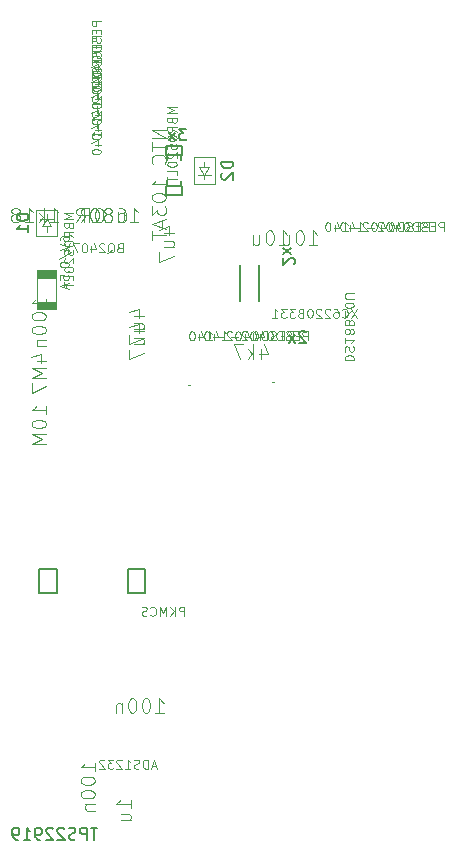
<source format=gbr>
G04 #@! TF.GenerationSoftware,KiCad,Pcbnew,5.1.8+dfsg1-1~bpo10+1*
G04 #@! TF.CreationDate,2021-01-14T22:26:36+01:00*
G04 #@! TF.ProjectId,_autosave-easyhive,5f617574-6f73-4617-9665-2d6561737968,rev?*
G04 #@! TF.SameCoordinates,Original*
G04 #@! TF.FileFunction,Other,Fab,Bot*
%FSLAX46Y46*%
G04 Gerber Fmt 4.6, Leading zero omitted, Abs format (unit mm)*
G04 Created by KiCad (PCBNEW 5.1.8+dfsg1-1~bpo10+1) date 2021-01-14 22:26:36*
%MOMM*%
%LPD*%
G01*
G04 APERTURE LIST*
%ADD10C,0.150000*%
%ADD11C,0.100000*%
%ADD12C,0.127000*%
%ADD13C,0.203200*%
%ADD14C,0.101600*%
%ADD15C,0.077216*%
%ADD16C,0.001930*%
%ADD17C,0.096520*%
G04 APERTURE END LIST*
D10*
X149175742Y-70383480D02*
X148556695Y-70383480D01*
X148890028Y-70764433D01*
X148747171Y-70764433D01*
X148651933Y-70812052D01*
X148604314Y-70859671D01*
X148556695Y-70954909D01*
X148556695Y-71193004D01*
X148604314Y-71288242D01*
X148651933Y-71335861D01*
X148747171Y-71383480D01*
X149032885Y-71383480D01*
X149128123Y-71335861D01*
X149175742Y-71288242D01*
X148223361Y-71383480D02*
X147699552Y-70716814D01*
X148223361Y-70716814D02*
X147699552Y-71383480D01*
X158258480Y-81890623D02*
X158306100Y-81843004D01*
X158353719Y-81747766D01*
X158353719Y-81509671D01*
X158306100Y-81414433D01*
X158258480Y-81366814D01*
X158163242Y-81319195D01*
X158068004Y-81319195D01*
X157925147Y-81366814D01*
X157353719Y-81938242D01*
X157353719Y-81319195D01*
X157353719Y-80985861D02*
X158020385Y-80462052D01*
X158020385Y-80985861D02*
X157353719Y-80462052D01*
X159288123Y-87623719D02*
X159240504Y-87576100D01*
X159145266Y-87528480D01*
X158907171Y-87528480D01*
X158811933Y-87576100D01*
X158764314Y-87623719D01*
X158716695Y-87718957D01*
X158716695Y-87814195D01*
X158764314Y-87957052D01*
X159335742Y-88528480D01*
X158716695Y-88528480D01*
X158383361Y-88528480D02*
X157859552Y-87861814D01*
X158383361Y-87861814D02*
X157859552Y-88528480D01*
D11*
X137351100Y-78618600D02*
X137351100Y-79118600D01*
X137751100Y-78618600D02*
X137351100Y-78018600D01*
X136951100Y-78618600D02*
X137751100Y-78618600D01*
X137351100Y-78018600D02*
X136951100Y-78618600D01*
X137351100Y-78018600D02*
X137901100Y-78018600D01*
X137351100Y-78018600D02*
X136801100Y-78018600D01*
X137351100Y-77618600D02*
X137351100Y-78018600D01*
X138251100Y-77251000D02*
X136451100Y-77251000D01*
X138251100Y-79486200D02*
X138251100Y-77251000D01*
X136451100Y-79486200D02*
X138251100Y-79486200D01*
X136451100Y-77251000D02*
X136451100Y-79486200D01*
X150686100Y-73673600D02*
X150686100Y-73173600D01*
X150286100Y-73673600D02*
X150686100Y-74273600D01*
X151086100Y-73673600D02*
X150286100Y-73673600D01*
X150686100Y-74273600D02*
X151086100Y-73673600D01*
X150686100Y-74273600D02*
X150136100Y-74273600D01*
X150686100Y-74273600D02*
X151236100Y-74273600D01*
X150686100Y-74673600D02*
X150686100Y-74273600D01*
X149786100Y-75041200D02*
X151586100Y-75041200D01*
X149786100Y-72806000D02*
X149786100Y-75041200D01*
X151586100Y-72806000D02*
X149786100Y-72806000D01*
X151586100Y-75041200D02*
X151586100Y-72806000D01*
D12*
X153696100Y-81948600D02*
X153696100Y-84948600D01*
X155296100Y-84948600D02*
X155296100Y-81948600D01*
X138200000Y-107675000D02*
X138200000Y-109675000D01*
X138200000Y-109675000D02*
X136700000Y-109675000D01*
X136700000Y-109675000D02*
X136700000Y-107675000D01*
X136700000Y-107675000D02*
X138200000Y-107675000D01*
X144200000Y-107675000D02*
X145700000Y-107675000D01*
X145700000Y-107675000D02*
X145700000Y-109675000D01*
X145700000Y-109675000D02*
X144200000Y-109675000D01*
X144200000Y-109675000D02*
X144200000Y-107675000D01*
D13*
X147446100Y-75223600D02*
X147546100Y-75223600D01*
X147546100Y-75223600D02*
X148746100Y-75223600D01*
X148746100Y-75223600D02*
X148846100Y-75223600D01*
X148846100Y-75223600D02*
X148846100Y-76023600D01*
X148846100Y-76023600D02*
X147446100Y-76023600D01*
X147446100Y-76023600D02*
X147446100Y-75223600D01*
X147446100Y-71823600D02*
X148846100Y-71823600D01*
X148846100Y-71823600D02*
X148846100Y-72623600D01*
X148846100Y-72623600D02*
X148746100Y-72623600D01*
X148746100Y-72623600D02*
X147546100Y-72623600D01*
X147546100Y-72623600D02*
X147446100Y-72623600D01*
X147446100Y-72623600D02*
X147446100Y-71823600D01*
X148746100Y-72623600D02*
X148746100Y-73023600D01*
X148746100Y-74823600D02*
X148746100Y-75223600D01*
X147546100Y-75223600D02*
X147546100Y-74823600D01*
X147546100Y-73023600D02*
X147546100Y-72623600D01*
D14*
X136564100Y-83118600D02*
X136564100Y-85048600D01*
X138138100Y-83118600D02*
X138138100Y-85048600D01*
D11*
G36*
X138202000Y-82381800D02*
G01*
X138202000Y-83131900D01*
X136502000Y-83131900D01*
X136502000Y-82381800D01*
X138202000Y-82381800D01*
G37*
G36*
X138200200Y-85035300D02*
G01*
X138200200Y-85785400D01*
X136500200Y-85785400D01*
X136500200Y-85035300D01*
X138200200Y-85035300D01*
G37*
D15*
X139614330Y-77502638D02*
X138842170Y-77502638D01*
X139393713Y-77760024D01*
X138842170Y-78017411D01*
X139614330Y-78017411D01*
X139209865Y-78642493D02*
X139246635Y-78752801D01*
X139283404Y-78789571D01*
X139356943Y-78826340D01*
X139467252Y-78826340D01*
X139540791Y-78789571D01*
X139577560Y-78752801D01*
X139614330Y-78679262D01*
X139614330Y-78385106D01*
X138842170Y-78385106D01*
X138842170Y-78642493D01*
X138878940Y-78716032D01*
X138915709Y-78752801D01*
X138989248Y-78789571D01*
X139062787Y-78789571D01*
X139136326Y-78752801D01*
X139173096Y-78716032D01*
X139209865Y-78642493D01*
X139209865Y-78385106D01*
X139614330Y-79598500D02*
X139246635Y-79341114D01*
X139614330Y-79157266D02*
X138842170Y-79157266D01*
X138842170Y-79451422D01*
X138878940Y-79524961D01*
X138915709Y-79561731D01*
X138989248Y-79598500D01*
X139099557Y-79598500D01*
X139173096Y-79561731D01*
X139209865Y-79524961D01*
X139246635Y-79451422D01*
X139246635Y-79157266D01*
X138842170Y-80076504D02*
X138842170Y-80150043D01*
X138878940Y-80223582D01*
X138915709Y-80260352D01*
X138989248Y-80297121D01*
X139136326Y-80333891D01*
X139320174Y-80333891D01*
X139467252Y-80297121D01*
X139540791Y-80260352D01*
X139577560Y-80223582D01*
X139614330Y-80150043D01*
X139614330Y-80076504D01*
X139577560Y-80002965D01*
X139540791Y-79966196D01*
X139467252Y-79929426D01*
X139320174Y-79892657D01*
X139136326Y-79892657D01*
X138989248Y-79929426D01*
X138915709Y-79966196D01*
X138878940Y-80002965D01*
X138842170Y-80076504D01*
X138842170Y-81032512D02*
X138842170Y-80664817D01*
X139209865Y-80628047D01*
X139173096Y-80664817D01*
X139136326Y-80738356D01*
X139136326Y-80922203D01*
X139173096Y-80995742D01*
X139209865Y-81032512D01*
X139283404Y-81069281D01*
X139467252Y-81069281D01*
X139540791Y-81032512D01*
X139577560Y-80995742D01*
X139614330Y-80922203D01*
X139614330Y-80738356D01*
X139577560Y-80664817D01*
X139540791Y-80628047D01*
X138915709Y-81363438D02*
X138878940Y-81400207D01*
X138842170Y-81473746D01*
X138842170Y-81657594D01*
X138878940Y-81731133D01*
X138915709Y-81767902D01*
X138989248Y-81804672D01*
X139062787Y-81804672D01*
X139173096Y-81767902D01*
X139614330Y-81326668D01*
X139614330Y-81804672D01*
X138842170Y-82282676D02*
X138842170Y-82356215D01*
X138878940Y-82429754D01*
X138915709Y-82466523D01*
X138989248Y-82503293D01*
X139136326Y-82540062D01*
X139320174Y-82540062D01*
X139467252Y-82503293D01*
X139540791Y-82466523D01*
X139577560Y-82429754D01*
X139614330Y-82356215D01*
X139614330Y-82282676D01*
X139577560Y-82209137D01*
X139540791Y-82172367D01*
X139467252Y-82135598D01*
X139320174Y-82098828D01*
X139136326Y-82098828D01*
X138989248Y-82135598D01*
X138915709Y-82172367D01*
X138878940Y-82209137D01*
X138842170Y-82282676D01*
X139614330Y-83238683D02*
X139614330Y-82870988D01*
X138842170Y-82870988D01*
X138842170Y-83385761D02*
X138842170Y-83826996D01*
X139614330Y-83606378D02*
X138842170Y-83606378D01*
D10*
X135803480Y-77630504D02*
X134803480Y-77630504D01*
X134803480Y-77868600D01*
X134851100Y-78011457D01*
X134946338Y-78106695D01*
X135041576Y-78154314D01*
X135232052Y-78201933D01*
X135374909Y-78201933D01*
X135565385Y-78154314D01*
X135660623Y-78106695D01*
X135755861Y-78011457D01*
X135803480Y-77868600D01*
X135803480Y-77630504D01*
X135803480Y-79154314D02*
X135803480Y-78582885D01*
X135803480Y-78868600D02*
X134803480Y-78868600D01*
X134946338Y-78773361D01*
X135041576Y-78678123D01*
X135089195Y-78582885D01*
D15*
X148349330Y-68575512D02*
X147577170Y-68575512D01*
X148128713Y-68832899D01*
X147577170Y-69090285D01*
X148349330Y-69090285D01*
X147944865Y-69715367D02*
X147981635Y-69825676D01*
X148018404Y-69862445D01*
X148091943Y-69899215D01*
X148202252Y-69899215D01*
X148275791Y-69862445D01*
X148312560Y-69825676D01*
X148349330Y-69752137D01*
X148349330Y-69457981D01*
X147577170Y-69457981D01*
X147577170Y-69715367D01*
X147613940Y-69788906D01*
X147650709Y-69825676D01*
X147724248Y-69862445D01*
X147797787Y-69862445D01*
X147871326Y-69825676D01*
X147908096Y-69788906D01*
X147944865Y-69715367D01*
X147944865Y-69457981D01*
X148349330Y-70671375D02*
X147981635Y-70413988D01*
X148349330Y-70230141D02*
X147577170Y-70230141D01*
X147577170Y-70524297D01*
X147613940Y-70597836D01*
X147650709Y-70634605D01*
X147724248Y-70671375D01*
X147834557Y-70671375D01*
X147908096Y-70634605D01*
X147944865Y-70597836D01*
X147981635Y-70524297D01*
X147981635Y-70230141D01*
X147577170Y-71149379D02*
X147577170Y-71222918D01*
X147613940Y-71296457D01*
X147650709Y-71333226D01*
X147724248Y-71369996D01*
X147871326Y-71406765D01*
X148055174Y-71406765D01*
X148202252Y-71369996D01*
X148275791Y-71333226D01*
X148312560Y-71296457D01*
X148349330Y-71222918D01*
X148349330Y-71149379D01*
X148312560Y-71075840D01*
X148275791Y-71039070D01*
X148202252Y-71002301D01*
X148055174Y-70965531D01*
X147871326Y-70965531D01*
X147724248Y-71002301D01*
X147650709Y-71039070D01*
X147613940Y-71075840D01*
X147577170Y-71149379D01*
X147577170Y-72105386D02*
X147577170Y-71737691D01*
X147944865Y-71700921D01*
X147908096Y-71737691D01*
X147871326Y-71811230D01*
X147871326Y-71995078D01*
X147908096Y-72068617D01*
X147944865Y-72105386D01*
X148018404Y-72142156D01*
X148202252Y-72142156D01*
X148275791Y-72105386D01*
X148312560Y-72068617D01*
X148349330Y-71995078D01*
X148349330Y-71811230D01*
X148312560Y-71737691D01*
X148275791Y-71700921D01*
X147650709Y-72436312D02*
X147613940Y-72473081D01*
X147577170Y-72546621D01*
X147577170Y-72730468D01*
X147613940Y-72804007D01*
X147650709Y-72840777D01*
X147724248Y-72877546D01*
X147797787Y-72877546D01*
X147908096Y-72840777D01*
X148349330Y-72399542D01*
X148349330Y-72877546D01*
X147577170Y-73355550D02*
X147577170Y-73429089D01*
X147613940Y-73502628D01*
X147650709Y-73539398D01*
X147724248Y-73576167D01*
X147871326Y-73612937D01*
X148055174Y-73612937D01*
X148202252Y-73576167D01*
X148275791Y-73539398D01*
X148312560Y-73502628D01*
X148349330Y-73429089D01*
X148349330Y-73355550D01*
X148312560Y-73282011D01*
X148275791Y-73245241D01*
X148202252Y-73208472D01*
X148055174Y-73171702D01*
X147871326Y-73171702D01*
X147724248Y-73208472D01*
X147650709Y-73245241D01*
X147613940Y-73282011D01*
X147577170Y-73355550D01*
X148349330Y-74311558D02*
X148349330Y-73943862D01*
X147577170Y-73943862D01*
X147577170Y-74458636D02*
X147577170Y-74899870D01*
X148349330Y-74679253D02*
X147577170Y-74679253D01*
D10*
X153138480Y-73185504D02*
X152138480Y-73185504D01*
X152138480Y-73423600D01*
X152186100Y-73566457D01*
X152281338Y-73661695D01*
X152376576Y-73709314D01*
X152567052Y-73756933D01*
X152709909Y-73756933D01*
X152900385Y-73709314D01*
X152995623Y-73661695D01*
X153090861Y-73566457D01*
X153138480Y-73423600D01*
X153138480Y-73185504D01*
X152233719Y-74137885D02*
X152186100Y-74185504D01*
X152138480Y-74280742D01*
X152138480Y-74518838D01*
X152186100Y-74614076D01*
X152233719Y-74661695D01*
X152328957Y-74709314D01*
X152424195Y-74709314D01*
X152567052Y-74661695D01*
X153138480Y-74090266D01*
X153138480Y-74709314D01*
X141633631Y-129584588D02*
X141062202Y-129584588D01*
X141347916Y-130584588D02*
X141347916Y-129584588D01*
X140728869Y-130584588D02*
X140728869Y-129584588D01*
X140347916Y-129584588D01*
X140252678Y-129632208D01*
X140205059Y-129679827D01*
X140157440Y-129775065D01*
X140157440Y-129917922D01*
X140205059Y-130013160D01*
X140252678Y-130060779D01*
X140347916Y-130108398D01*
X140728869Y-130108398D01*
X139776488Y-130536969D02*
X139633631Y-130584588D01*
X139395535Y-130584588D01*
X139300297Y-130536969D01*
X139252678Y-130489350D01*
X139205059Y-130394112D01*
X139205059Y-130298874D01*
X139252678Y-130203636D01*
X139300297Y-130156017D01*
X139395535Y-130108398D01*
X139586012Y-130060779D01*
X139681250Y-130013160D01*
X139728869Y-129965541D01*
X139776488Y-129870303D01*
X139776488Y-129775065D01*
X139728869Y-129679827D01*
X139681250Y-129632208D01*
X139586012Y-129584588D01*
X139347916Y-129584588D01*
X139205059Y-129632208D01*
X138824107Y-129679827D02*
X138776488Y-129632208D01*
X138681250Y-129584588D01*
X138443154Y-129584588D01*
X138347916Y-129632208D01*
X138300297Y-129679827D01*
X138252678Y-129775065D01*
X138252678Y-129870303D01*
X138300297Y-130013160D01*
X138871726Y-130584588D01*
X138252678Y-130584588D01*
X137871726Y-129679827D02*
X137824107Y-129632208D01*
X137728869Y-129584588D01*
X137490774Y-129584588D01*
X137395535Y-129632208D01*
X137347916Y-129679827D01*
X137300297Y-129775065D01*
X137300297Y-129870303D01*
X137347916Y-130013160D01*
X137919345Y-130584588D01*
X137300297Y-130584588D01*
X136824107Y-130584588D02*
X136633631Y-130584588D01*
X136538393Y-130536969D01*
X136490774Y-130489350D01*
X136395535Y-130346493D01*
X136347916Y-130156017D01*
X136347916Y-129775065D01*
X136395535Y-129679827D01*
X136443154Y-129632208D01*
X136538393Y-129584588D01*
X136728869Y-129584588D01*
X136824107Y-129632208D01*
X136871726Y-129679827D01*
X136919345Y-129775065D01*
X136919345Y-130013160D01*
X136871726Y-130108398D01*
X136824107Y-130156017D01*
X136728869Y-130203636D01*
X136538393Y-130203636D01*
X136443154Y-130156017D01*
X136395535Y-130108398D01*
X136347916Y-130013160D01*
X135395535Y-130584588D02*
X135966964Y-130584588D01*
X135681250Y-130584588D02*
X135681250Y-129584588D01*
X135776488Y-129727446D01*
X135871726Y-129822684D01*
X135966964Y-129870303D01*
X134919345Y-130584588D02*
X134728869Y-130584588D01*
X134633631Y-130536969D01*
X134586012Y-130489350D01*
X134490774Y-130346493D01*
X134443154Y-130156017D01*
X134443154Y-129775065D01*
X134490774Y-129679827D01*
X134538393Y-129632208D01*
X134633631Y-129584588D01*
X134824107Y-129584588D01*
X134919345Y-129632208D01*
X134966964Y-129679827D01*
X135014583Y-129775065D01*
X135014583Y-130013160D01*
X134966964Y-130108398D01*
X134919345Y-130156017D01*
X134824107Y-130203636D01*
X134633631Y-130203636D01*
X134538393Y-130156017D01*
X134490774Y-130108398D01*
X134443154Y-130013160D01*
D15*
X163613425Y-85639670D02*
X163098652Y-86411830D01*
X163098652Y-85639670D02*
X163613425Y-86411830D01*
X162363261Y-86338291D02*
X162400031Y-86375060D01*
X162510339Y-86411830D01*
X162583878Y-86411830D01*
X162694187Y-86375060D01*
X162767726Y-86301521D01*
X162804496Y-86227982D01*
X162841265Y-86080904D01*
X162841265Y-85970596D01*
X162804496Y-85823518D01*
X162767726Y-85749979D01*
X162694187Y-85676440D01*
X162583878Y-85639670D01*
X162510339Y-85639670D01*
X162400031Y-85676440D01*
X162363261Y-85713209D01*
X161701410Y-85639670D02*
X161848488Y-85639670D01*
X161922027Y-85676440D01*
X161958797Y-85713209D01*
X162032336Y-85823518D01*
X162069105Y-85970596D01*
X162069105Y-86264752D01*
X162032336Y-86338291D01*
X161995566Y-86375060D01*
X161922027Y-86411830D01*
X161774949Y-86411830D01*
X161701410Y-86375060D01*
X161664640Y-86338291D01*
X161627871Y-86264752D01*
X161627871Y-86080904D01*
X161664640Y-86007365D01*
X161701410Y-85970596D01*
X161774949Y-85933826D01*
X161922027Y-85933826D01*
X161995566Y-85970596D01*
X162032336Y-86007365D01*
X162069105Y-86080904D01*
X161333715Y-85713209D02*
X161296945Y-85676440D01*
X161223406Y-85639670D01*
X161039558Y-85639670D01*
X160966019Y-85676440D01*
X160929250Y-85713209D01*
X160892480Y-85786748D01*
X160892480Y-85860287D01*
X160929250Y-85970596D01*
X161370484Y-86411830D01*
X160892480Y-86411830D01*
X160598324Y-85713209D02*
X160561555Y-85676440D01*
X160488016Y-85639670D01*
X160304168Y-85639670D01*
X160230629Y-85676440D01*
X160193859Y-85713209D01*
X160157090Y-85786748D01*
X160157090Y-85860287D01*
X160193859Y-85970596D01*
X160635094Y-86411830D01*
X160157090Y-86411830D01*
X159679086Y-85639670D02*
X159605547Y-85639670D01*
X159532008Y-85676440D01*
X159495238Y-85713209D01*
X159458469Y-85786748D01*
X159421699Y-85933826D01*
X159421699Y-86117674D01*
X159458469Y-86264752D01*
X159495238Y-86338291D01*
X159532008Y-86375060D01*
X159605547Y-86411830D01*
X159679086Y-86411830D01*
X159752625Y-86375060D01*
X159789395Y-86338291D01*
X159826164Y-86264752D01*
X159862934Y-86117674D01*
X159862934Y-85933826D01*
X159826164Y-85786748D01*
X159789395Y-85713209D01*
X159752625Y-85676440D01*
X159679086Y-85639670D01*
X158833387Y-86007365D02*
X158723078Y-86044135D01*
X158686309Y-86080904D01*
X158649539Y-86154443D01*
X158649539Y-86264752D01*
X158686309Y-86338291D01*
X158723078Y-86375060D01*
X158796618Y-86411830D01*
X159090774Y-86411830D01*
X159090774Y-85639670D01*
X158833387Y-85639670D01*
X158759848Y-85676440D01*
X158723078Y-85713209D01*
X158686309Y-85786748D01*
X158686309Y-85860287D01*
X158723078Y-85933826D01*
X158759848Y-85970596D01*
X158833387Y-86007365D01*
X159090774Y-86007365D01*
X158392153Y-85639670D02*
X157914149Y-85639670D01*
X158171536Y-85933826D01*
X158061227Y-85933826D01*
X157987688Y-85970596D01*
X157950918Y-86007365D01*
X157914149Y-86080904D01*
X157914149Y-86264752D01*
X157950918Y-86338291D01*
X157987688Y-86375060D01*
X158061227Y-86411830D01*
X158281844Y-86411830D01*
X158355383Y-86375060D01*
X158392153Y-86338291D01*
X157656762Y-85639670D02*
X157178758Y-85639670D01*
X157436145Y-85933826D01*
X157325837Y-85933826D01*
X157252298Y-85970596D01*
X157215528Y-86007365D01*
X157178758Y-86080904D01*
X157178758Y-86264752D01*
X157215528Y-86338291D01*
X157252298Y-86375060D01*
X157325837Y-86411830D01*
X157546454Y-86411830D01*
X157619993Y-86375060D01*
X157656762Y-86338291D01*
X156443368Y-86411830D02*
X156884602Y-86411830D01*
X156663985Y-86411830D02*
X156663985Y-85639670D01*
X156737524Y-85749979D01*
X156811063Y-85823518D01*
X156884602Y-85860287D01*
X149000681Y-111638230D02*
X149000681Y-110866070D01*
X148706525Y-110866070D01*
X148632986Y-110902840D01*
X148596217Y-110939609D01*
X148559447Y-111013148D01*
X148559447Y-111123457D01*
X148596217Y-111196996D01*
X148632986Y-111233765D01*
X148706525Y-111270535D01*
X149000681Y-111270535D01*
X148228521Y-111638230D02*
X148228521Y-110866070D01*
X147787287Y-111638230D02*
X148118213Y-111196996D01*
X147787287Y-110866070D02*
X148228521Y-111307304D01*
X147456361Y-111638230D02*
X147456361Y-110866070D01*
X147198975Y-111417613D01*
X146941588Y-110866070D01*
X146941588Y-111638230D01*
X146132658Y-111564691D02*
X146169428Y-111601460D01*
X146279737Y-111638230D01*
X146353276Y-111638230D01*
X146463584Y-111601460D01*
X146537123Y-111527921D01*
X146573893Y-111454382D01*
X146610662Y-111307304D01*
X146610662Y-111196996D01*
X146573893Y-111049918D01*
X146537123Y-110976379D01*
X146463584Y-110902840D01*
X146353276Y-110866070D01*
X146279737Y-110866070D01*
X146169428Y-110902840D01*
X146132658Y-110939609D01*
X145838502Y-111601460D02*
X145728194Y-111638230D01*
X145544346Y-111638230D01*
X145470807Y-111601460D01*
X145434038Y-111564691D01*
X145397268Y-111491152D01*
X145397268Y-111417613D01*
X145434038Y-111344074D01*
X145470807Y-111307304D01*
X145544346Y-111270535D01*
X145691424Y-111233765D01*
X145764963Y-111196996D01*
X145801733Y-111160226D01*
X145838502Y-111086687D01*
X145838502Y-111013148D01*
X145801733Y-110939609D01*
X145764963Y-110902840D01*
X145691424Y-110866070D01*
X145507577Y-110866070D01*
X145397268Y-110902840D01*
D16*
X149476047Y-92059320D02*
X149462258Y-92059320D01*
X149469153Y-92083450D02*
X149469153Y-92059320D01*
X149454215Y-92083450D02*
X149454215Y-92059320D01*
X149445023Y-92059320D01*
X149442725Y-92060470D01*
X149441575Y-92061619D01*
X149440426Y-92063917D01*
X149440426Y-92067364D01*
X149441575Y-92069662D01*
X149442725Y-92070811D01*
X149445023Y-92071960D01*
X149454215Y-92071960D01*
X149433532Y-92059320D02*
X149419744Y-92059320D01*
X149426638Y-92083450D02*
X149426638Y-92059320D01*
X149411700Y-92083450D02*
X149411700Y-92059320D01*
X149402508Y-92059320D01*
X149400210Y-92060470D01*
X149399061Y-92061619D01*
X149397912Y-92063917D01*
X149397912Y-92067364D01*
X149399061Y-92069662D01*
X149400210Y-92070811D01*
X149402508Y-92071960D01*
X149411700Y-92071960D01*
X149382974Y-92059320D02*
X149380676Y-92059320D01*
X149378378Y-92060470D01*
X149377229Y-92061619D01*
X149376080Y-92063917D01*
X149374931Y-92068513D01*
X149374931Y-92074258D01*
X149376080Y-92078854D01*
X149377229Y-92081152D01*
X149378378Y-92082301D01*
X149380676Y-92083450D01*
X149382974Y-92083450D01*
X149385272Y-92082301D01*
X149386421Y-92081152D01*
X149387570Y-92078854D01*
X149388719Y-92074258D01*
X149388719Y-92068513D01*
X149387570Y-92063917D01*
X149386421Y-92061619D01*
X149385272Y-92060470D01*
X149382974Y-92059320D01*
X149361142Y-92069662D02*
X149363440Y-92068513D01*
X149364589Y-92067364D01*
X149365738Y-92065066D01*
X149365738Y-92063917D01*
X149364589Y-92061619D01*
X149363440Y-92060470D01*
X149361142Y-92059320D01*
X149356546Y-92059320D01*
X149354248Y-92060470D01*
X149353099Y-92061619D01*
X149351950Y-92063917D01*
X149351950Y-92065066D01*
X149353099Y-92067364D01*
X149354248Y-92068513D01*
X149356546Y-92069662D01*
X149361142Y-92069662D01*
X149363440Y-92070811D01*
X149364589Y-92071960D01*
X149365738Y-92074258D01*
X149365738Y-92078854D01*
X149364589Y-92081152D01*
X149363440Y-92082301D01*
X149361142Y-92083450D01*
X149356546Y-92083450D01*
X149354248Y-92082301D01*
X149353099Y-92081152D01*
X149351950Y-92078854D01*
X149351950Y-92074258D01*
X149353099Y-92071960D01*
X149354248Y-92070811D01*
X149356546Y-92069662D01*
X149327820Y-92083450D02*
X149335863Y-92071960D01*
X149341608Y-92083450D02*
X149341608Y-92059320D01*
X149332416Y-92059320D01*
X149330118Y-92060470D01*
X149328969Y-92061619D01*
X149327820Y-92063917D01*
X149327820Y-92067364D01*
X149328969Y-92069662D01*
X149330118Y-92070811D01*
X149332416Y-92071960D01*
X149341608Y-92071960D01*
X156577447Y-91855720D02*
X156563658Y-91855720D01*
X156570553Y-91879850D02*
X156570553Y-91855720D01*
X156555615Y-91879850D02*
X156555615Y-91855720D01*
X156546423Y-91855720D01*
X156544125Y-91856870D01*
X156542975Y-91858019D01*
X156541826Y-91860317D01*
X156541826Y-91863764D01*
X156542975Y-91866062D01*
X156544125Y-91867211D01*
X156546423Y-91868360D01*
X156555615Y-91868360D01*
X156534932Y-91855720D02*
X156521144Y-91855720D01*
X156528038Y-91879850D02*
X156528038Y-91855720D01*
X156513100Y-91879850D02*
X156513100Y-91855720D01*
X156503908Y-91855720D01*
X156501610Y-91856870D01*
X156500461Y-91858019D01*
X156499312Y-91860317D01*
X156499312Y-91863764D01*
X156500461Y-91866062D01*
X156501610Y-91867211D01*
X156503908Y-91868360D01*
X156513100Y-91868360D01*
X156484374Y-91855720D02*
X156482076Y-91855720D01*
X156479778Y-91856870D01*
X156478629Y-91858019D01*
X156477480Y-91860317D01*
X156476331Y-91864913D01*
X156476331Y-91870658D01*
X156477480Y-91875254D01*
X156478629Y-91877552D01*
X156479778Y-91878701D01*
X156482076Y-91879850D01*
X156484374Y-91879850D01*
X156486672Y-91878701D01*
X156487821Y-91877552D01*
X156488970Y-91875254D01*
X156490119Y-91870658D01*
X156490119Y-91864913D01*
X156488970Y-91860317D01*
X156487821Y-91858019D01*
X156486672Y-91856870D01*
X156484374Y-91855720D01*
X156462542Y-91866062D02*
X156464840Y-91864913D01*
X156465989Y-91863764D01*
X156467138Y-91861466D01*
X156467138Y-91860317D01*
X156465989Y-91858019D01*
X156464840Y-91856870D01*
X156462542Y-91855720D01*
X156457946Y-91855720D01*
X156455648Y-91856870D01*
X156454499Y-91858019D01*
X156453350Y-91860317D01*
X156453350Y-91861466D01*
X156454499Y-91863764D01*
X156455648Y-91864913D01*
X156457946Y-91866062D01*
X156462542Y-91866062D01*
X156464840Y-91867211D01*
X156465989Y-91868360D01*
X156467138Y-91870658D01*
X156467138Y-91875254D01*
X156465989Y-91877552D01*
X156464840Y-91878701D01*
X156462542Y-91879850D01*
X156457946Y-91879850D01*
X156455648Y-91878701D01*
X156454499Y-91877552D01*
X156453350Y-91875254D01*
X156453350Y-91870658D01*
X156454499Y-91868360D01*
X156455648Y-91867211D01*
X156457946Y-91866062D01*
X156429220Y-91879850D02*
X156437263Y-91868360D01*
X156443008Y-91879850D02*
X156443008Y-91855720D01*
X156433816Y-91855720D01*
X156431518Y-91856870D01*
X156430369Y-91858019D01*
X156429220Y-91860317D01*
X156429220Y-91863764D01*
X156430369Y-91866062D01*
X156431518Y-91867211D01*
X156433816Y-91868360D01*
X156443008Y-91868360D01*
D17*
X155492928Y-89058214D02*
X155492928Y-89862547D01*
X155780190Y-88598595D02*
X156067452Y-89460380D01*
X155320571Y-89460380D01*
X154860952Y-89862547D02*
X154860952Y-88656047D01*
X154746047Y-89402928D02*
X154401333Y-89862547D01*
X154401333Y-89058214D02*
X154860952Y-89517833D01*
X153999166Y-88656047D02*
X153194833Y-88656047D01*
X153711904Y-89862547D01*
X137293647Y-94590576D02*
X137293647Y-93901147D01*
X137293647Y-94245861D02*
X136087147Y-94245861D01*
X136259504Y-94130957D01*
X136374409Y-94016052D01*
X136431861Y-93901147D01*
X136087147Y-95337457D02*
X136087147Y-95452361D01*
X136144600Y-95567266D01*
X136202052Y-95624718D01*
X136316957Y-95682171D01*
X136546766Y-95739623D01*
X136834028Y-95739623D01*
X137063838Y-95682171D01*
X137178742Y-95624718D01*
X137236195Y-95567266D01*
X137293647Y-95452361D01*
X137293647Y-95337457D01*
X137236195Y-95222552D01*
X137178742Y-95165099D01*
X137063838Y-95107647D01*
X136834028Y-95050195D01*
X136546766Y-95050195D01*
X136316957Y-95107647D01*
X136202052Y-95165099D01*
X136144600Y-95222552D01*
X136087147Y-95337457D01*
X137293647Y-96256695D02*
X136087147Y-96256695D01*
X136948933Y-96658861D01*
X136087147Y-97061028D01*
X137293647Y-97061028D01*
X136489314Y-90038242D02*
X137293647Y-90038242D01*
X136029695Y-89750981D02*
X136891480Y-89463719D01*
X136891480Y-90210600D01*
X137293647Y-90670219D02*
X136087147Y-90670219D01*
X136948933Y-91072385D01*
X136087147Y-91474552D01*
X137293647Y-91474552D01*
X136087147Y-91934171D02*
X136087147Y-92738504D01*
X137293647Y-92221433D01*
X147453647Y-70471171D02*
X146247147Y-70471171D01*
X147453647Y-71160600D01*
X146247147Y-71160600D01*
X146247147Y-71562766D02*
X146247147Y-72252195D01*
X147453647Y-71907481D02*
X146247147Y-71907481D01*
X147338742Y-73343790D02*
X147396195Y-73286338D01*
X147453647Y-73113981D01*
X147453647Y-72999076D01*
X147396195Y-72826719D01*
X147281290Y-72711814D01*
X147166385Y-72654362D01*
X146936576Y-72596909D01*
X146764219Y-72596909D01*
X146534409Y-72654362D01*
X146419504Y-72711814D01*
X146304600Y-72826719D01*
X146247147Y-72999076D01*
X146247147Y-73113981D01*
X146304600Y-73286338D01*
X146362052Y-73343790D01*
X147453647Y-75412076D02*
X147453647Y-74722647D01*
X147453647Y-75067362D02*
X146247147Y-75067362D01*
X146419504Y-74952457D01*
X146534409Y-74837552D01*
X146591861Y-74722647D01*
X146247147Y-76158957D02*
X146247147Y-76273862D01*
X146304600Y-76388766D01*
X146362052Y-76446219D01*
X146476957Y-76503671D01*
X146706766Y-76561123D01*
X146994028Y-76561123D01*
X147223838Y-76503671D01*
X147338742Y-76446219D01*
X147396195Y-76388766D01*
X147453647Y-76273862D01*
X147453647Y-76158957D01*
X147396195Y-76044052D01*
X147338742Y-75986600D01*
X147223838Y-75929147D01*
X146994028Y-75871695D01*
X146706766Y-75871695D01*
X146476957Y-75929147D01*
X146362052Y-75986600D01*
X146304600Y-76044052D01*
X146247147Y-76158957D01*
X146247147Y-76963290D02*
X146247147Y-77710171D01*
X146706766Y-77308004D01*
X146706766Y-77480362D01*
X146764219Y-77595266D01*
X146821671Y-77652719D01*
X146936576Y-77710171D01*
X147223838Y-77710171D01*
X147338742Y-77652719D01*
X147396195Y-77595266D01*
X147453647Y-77480362D01*
X147453647Y-77135647D01*
X147396195Y-77020742D01*
X147338742Y-76963290D01*
X147108933Y-78169790D02*
X147108933Y-78744314D01*
X147453647Y-78054885D02*
X146247147Y-78457052D01*
X147453647Y-78859219D01*
X146247147Y-79089028D02*
X146247147Y-79778457D01*
X147453647Y-79433742D02*
X146247147Y-79433742D01*
X143469028Y-77104647D02*
X143698838Y-77104647D01*
X143813742Y-77162100D01*
X143871195Y-77219552D01*
X143986100Y-77391909D01*
X144043552Y-77621719D01*
X144043552Y-78081338D01*
X143986100Y-78196242D01*
X143928647Y-78253695D01*
X143813742Y-78311147D01*
X143583933Y-78311147D01*
X143469028Y-78253695D01*
X143411576Y-78196242D01*
X143354123Y-78081338D01*
X143354123Y-77794076D01*
X143411576Y-77679171D01*
X143469028Y-77621719D01*
X143583933Y-77564266D01*
X143813742Y-77564266D01*
X143928647Y-77621719D01*
X143986100Y-77679171D01*
X144043552Y-77794076D01*
X142664695Y-77621719D02*
X142779600Y-77564266D01*
X142837052Y-77506814D01*
X142894504Y-77391909D01*
X142894504Y-77334457D01*
X142837052Y-77219552D01*
X142779600Y-77162100D01*
X142664695Y-77104647D01*
X142434885Y-77104647D01*
X142319981Y-77162100D01*
X142262528Y-77219552D01*
X142205076Y-77334457D01*
X142205076Y-77391909D01*
X142262528Y-77506814D01*
X142319981Y-77564266D01*
X142434885Y-77621719D01*
X142664695Y-77621719D01*
X142779600Y-77679171D01*
X142837052Y-77736623D01*
X142894504Y-77851528D01*
X142894504Y-78081338D01*
X142837052Y-78196242D01*
X142779600Y-78253695D01*
X142664695Y-78311147D01*
X142434885Y-78311147D01*
X142319981Y-78253695D01*
X142262528Y-78196242D01*
X142205076Y-78081338D01*
X142205076Y-77851528D01*
X142262528Y-77736623D01*
X142319981Y-77679171D01*
X142434885Y-77621719D01*
X141458195Y-77104647D02*
X141343290Y-77104647D01*
X141228385Y-77162100D01*
X141170933Y-77219552D01*
X141113481Y-77334457D01*
X141056028Y-77564266D01*
X141056028Y-77851528D01*
X141113481Y-78081338D01*
X141170933Y-78196242D01*
X141228385Y-78253695D01*
X141343290Y-78311147D01*
X141458195Y-78311147D01*
X141573100Y-78253695D01*
X141630552Y-78196242D01*
X141688004Y-78081338D01*
X141745457Y-77851528D01*
X141745457Y-77564266D01*
X141688004Y-77334457D01*
X141630552Y-77219552D01*
X141573100Y-77162100D01*
X141458195Y-77104647D01*
X139849528Y-78311147D02*
X140251695Y-77736623D01*
X140538957Y-78311147D02*
X140538957Y-77104647D01*
X140079338Y-77104647D01*
X139964433Y-77162100D01*
X139906981Y-77219552D01*
X139849528Y-77334457D01*
X139849528Y-77506814D01*
X139906981Y-77621719D01*
X139964433Y-77679171D01*
X140079338Y-77736623D01*
X140538957Y-77736623D01*
X137639123Y-78311147D02*
X138328552Y-78311147D01*
X137983838Y-78311147D02*
X137983838Y-77104647D01*
X138098742Y-77277004D01*
X138213647Y-77391909D01*
X138328552Y-77449361D01*
X137122052Y-78311147D02*
X137122052Y-77104647D01*
X137007147Y-77851528D02*
X136662433Y-78311147D01*
X136662433Y-77506814D02*
X137122052Y-77966433D01*
X135513385Y-78311147D02*
X136202814Y-78311147D01*
X135858100Y-78311147D02*
X135858100Y-77104647D01*
X135973004Y-77277004D01*
X136087909Y-77391909D01*
X136202814Y-77449361D01*
X134823957Y-77621719D02*
X134938862Y-77564266D01*
X134996314Y-77506814D01*
X135053766Y-77391909D01*
X135053766Y-77334457D01*
X134996314Y-77219552D01*
X134938862Y-77162100D01*
X134823957Y-77104647D01*
X134594147Y-77104647D01*
X134479242Y-77162100D01*
X134421790Y-77219552D01*
X134364338Y-77334457D01*
X134364338Y-77391909D01*
X134421790Y-77506814D01*
X134479242Y-77564266D01*
X134594147Y-77621719D01*
X134823957Y-77621719D01*
X134938862Y-77679171D01*
X134996314Y-77736623D01*
X135053766Y-77851528D01*
X135053766Y-78081338D01*
X134996314Y-78196242D01*
X134938862Y-78253695D01*
X134823957Y-78311147D01*
X134594147Y-78311147D01*
X134479242Y-78253695D01*
X134421790Y-78196242D01*
X134364338Y-78081338D01*
X134364338Y-77851528D01*
X134421790Y-77736623D01*
X134479242Y-77679171D01*
X134594147Y-77621719D01*
X141851290Y-77104647D02*
X141736385Y-77104647D01*
X141621481Y-77162100D01*
X141564028Y-77219552D01*
X141506576Y-77334457D01*
X141449123Y-77564266D01*
X141449123Y-77851528D01*
X141506576Y-78081338D01*
X141564028Y-78196242D01*
X141621481Y-78253695D01*
X141736385Y-78311147D01*
X141851290Y-78311147D01*
X141966195Y-78253695D01*
X142023647Y-78196242D01*
X142081100Y-78081338D01*
X142138552Y-77851528D01*
X142138552Y-77564266D01*
X142081100Y-77334457D01*
X142023647Y-77219552D01*
X141966195Y-77162100D01*
X141851290Y-77104647D01*
X140242623Y-78311147D02*
X140644790Y-77736623D01*
X140932052Y-78311147D02*
X140932052Y-77104647D01*
X140472433Y-77104647D01*
X140357528Y-77162100D01*
X140300076Y-77219552D01*
X140242623Y-77334457D01*
X140242623Y-77506814D01*
X140300076Y-77621719D01*
X140357528Y-77679171D01*
X140472433Y-77736623D01*
X140932052Y-77736623D01*
D15*
X162582609Y-90003961D02*
X163354769Y-90003961D01*
X163354769Y-89820114D01*
X163318000Y-89709805D01*
X163244460Y-89636266D01*
X163170921Y-89599497D01*
X163023843Y-89562727D01*
X162913535Y-89562727D01*
X162766457Y-89599497D01*
X162692918Y-89636266D01*
X162619379Y-89709805D01*
X162582609Y-89820114D01*
X162582609Y-90003961D01*
X162619379Y-89268571D02*
X162582609Y-89158262D01*
X162582609Y-88974415D01*
X162619379Y-88900876D01*
X162656148Y-88864106D01*
X162729687Y-88827337D01*
X162803226Y-88827337D01*
X162876765Y-88864106D01*
X162913535Y-88900876D01*
X162950304Y-88974415D01*
X162987074Y-89121493D01*
X163023843Y-89195032D01*
X163060613Y-89231801D01*
X163134152Y-89268571D01*
X163207691Y-89268571D01*
X163281230Y-89231801D01*
X163318000Y-89195032D01*
X163354769Y-89121493D01*
X163354769Y-88937645D01*
X163318000Y-88827337D01*
X162582609Y-88091946D02*
X162582609Y-88533181D01*
X162582609Y-88312563D02*
X163354769Y-88312563D01*
X163244460Y-88386102D01*
X163170921Y-88459641D01*
X163134152Y-88533181D01*
X163023843Y-87650712D02*
X163060613Y-87724251D01*
X163097382Y-87761021D01*
X163170921Y-87797790D01*
X163207691Y-87797790D01*
X163281230Y-87761021D01*
X163318000Y-87724251D01*
X163354769Y-87650712D01*
X163354769Y-87503634D01*
X163318000Y-87430095D01*
X163281230Y-87393325D01*
X163207691Y-87356556D01*
X163170921Y-87356556D01*
X163097382Y-87393325D01*
X163060613Y-87430095D01*
X163023843Y-87503634D01*
X163023843Y-87650712D01*
X162987074Y-87724251D01*
X162950304Y-87761021D01*
X162876765Y-87797790D01*
X162729687Y-87797790D01*
X162656148Y-87761021D01*
X162619379Y-87724251D01*
X162582609Y-87650712D01*
X162582609Y-87503634D01*
X162619379Y-87430095D01*
X162656148Y-87393325D01*
X162729687Y-87356556D01*
X162876765Y-87356556D01*
X162950304Y-87393325D01*
X162987074Y-87430095D01*
X163023843Y-87503634D01*
X162987074Y-86768243D02*
X162950304Y-86657935D01*
X162913535Y-86621165D01*
X162839996Y-86584396D01*
X162729687Y-86584396D01*
X162656148Y-86621165D01*
X162619379Y-86657935D01*
X162582609Y-86731474D01*
X162582609Y-87025630D01*
X163354769Y-87025630D01*
X163354769Y-86768243D01*
X163318000Y-86694704D01*
X163281230Y-86657935D01*
X163207691Y-86621165D01*
X163134152Y-86621165D01*
X163060613Y-86657935D01*
X163023843Y-86694704D01*
X162987074Y-86768243D01*
X162987074Y-87025630D01*
X163281230Y-86290240D02*
X163318000Y-86253470D01*
X163354769Y-86179931D01*
X163354769Y-85996083D01*
X163318000Y-85922544D01*
X163281230Y-85885775D01*
X163207691Y-85849005D01*
X163134152Y-85849005D01*
X163023843Y-85885775D01*
X162582609Y-86327009D01*
X162582609Y-85849005D01*
X163354769Y-85371001D02*
X163354769Y-85297462D01*
X163318000Y-85223923D01*
X163281230Y-85187154D01*
X163207691Y-85150384D01*
X163060613Y-85113615D01*
X162876765Y-85113615D01*
X162729687Y-85150384D01*
X162656148Y-85187154D01*
X162619379Y-85223923D01*
X162582609Y-85297462D01*
X162582609Y-85371001D01*
X162619379Y-85444541D01*
X162656148Y-85481310D01*
X162729687Y-85518080D01*
X162876765Y-85554849D01*
X163060613Y-85554849D01*
X163207691Y-85518080D01*
X163281230Y-85481310D01*
X163318000Y-85444541D01*
X163354769Y-85371001D01*
X163354769Y-84782689D02*
X162729687Y-84782689D01*
X162656148Y-84745920D01*
X162619379Y-84709150D01*
X162582609Y-84635611D01*
X162582609Y-84488533D01*
X162619379Y-84414994D01*
X162656148Y-84378224D01*
X162729687Y-84341455D01*
X163354769Y-84341455D01*
X146607731Y-124358613D02*
X146240036Y-124358613D01*
X146681270Y-124579230D02*
X146423883Y-123807070D01*
X146166497Y-124579230D01*
X145909110Y-124579230D02*
X145909110Y-123807070D01*
X145725262Y-123807070D01*
X145614954Y-123843840D01*
X145541415Y-123917379D01*
X145504645Y-123990918D01*
X145467876Y-124137996D01*
X145467876Y-124248304D01*
X145504645Y-124395382D01*
X145541415Y-124468921D01*
X145614954Y-124542460D01*
X145725262Y-124579230D01*
X145909110Y-124579230D01*
X145173720Y-124542460D02*
X145063411Y-124579230D01*
X144879563Y-124579230D01*
X144806024Y-124542460D01*
X144769255Y-124505691D01*
X144732485Y-124432152D01*
X144732485Y-124358613D01*
X144769255Y-124285074D01*
X144806024Y-124248304D01*
X144879563Y-124211535D01*
X145026641Y-124174765D01*
X145100181Y-124137996D01*
X145136950Y-124101226D01*
X145173720Y-124027687D01*
X145173720Y-123954148D01*
X145136950Y-123880609D01*
X145100181Y-123843840D01*
X145026641Y-123807070D01*
X144842794Y-123807070D01*
X144732485Y-123843840D01*
X143997095Y-124579230D02*
X144438329Y-124579230D01*
X144217712Y-124579230D02*
X144217712Y-123807070D01*
X144291251Y-123917379D01*
X144364790Y-123990918D01*
X144438329Y-124027687D01*
X143702939Y-123880609D02*
X143666169Y-123843840D01*
X143592630Y-123807070D01*
X143408782Y-123807070D01*
X143335243Y-123843840D01*
X143298474Y-123880609D01*
X143261704Y-123954148D01*
X143261704Y-124027687D01*
X143298474Y-124137996D01*
X143739708Y-124579230D01*
X143261704Y-124579230D01*
X143004318Y-123807070D02*
X142526314Y-123807070D01*
X142783701Y-124101226D01*
X142673392Y-124101226D01*
X142599853Y-124137996D01*
X142563083Y-124174765D01*
X142526314Y-124248304D01*
X142526314Y-124432152D01*
X142563083Y-124505691D01*
X142599853Y-124542460D01*
X142673392Y-124579230D01*
X142894009Y-124579230D01*
X142967548Y-124542460D01*
X143004318Y-124505691D01*
X142232158Y-123880609D02*
X142195388Y-123843840D01*
X142121849Y-123807070D01*
X141938001Y-123807070D01*
X141864462Y-123843840D01*
X141827693Y-123880609D01*
X141790923Y-123954148D01*
X141790923Y-124027687D01*
X141827693Y-124137996D01*
X142268927Y-124579230D01*
X141790923Y-124579230D01*
X143527175Y-80467365D02*
X143416866Y-80504135D01*
X143380097Y-80540904D01*
X143343327Y-80614443D01*
X143343327Y-80724752D01*
X143380097Y-80798291D01*
X143416866Y-80835060D01*
X143490405Y-80871830D01*
X143784561Y-80871830D01*
X143784561Y-80099670D01*
X143527175Y-80099670D01*
X143453636Y-80136440D01*
X143416866Y-80173209D01*
X143380097Y-80246748D01*
X143380097Y-80320287D01*
X143416866Y-80393826D01*
X143453636Y-80430596D01*
X143527175Y-80467365D01*
X143784561Y-80467365D01*
X142497628Y-80945369D02*
X142571167Y-80908600D01*
X142644706Y-80835060D01*
X142755015Y-80724752D01*
X142828554Y-80687982D01*
X142902093Y-80687982D01*
X142865323Y-80871830D02*
X142938862Y-80835060D01*
X143012401Y-80761521D01*
X143049171Y-80614443D01*
X143049171Y-80357057D01*
X143012401Y-80209979D01*
X142938862Y-80136440D01*
X142865323Y-80099670D01*
X142718245Y-80099670D01*
X142644706Y-80136440D01*
X142571167Y-80209979D01*
X142534398Y-80357057D01*
X142534398Y-80614443D01*
X142571167Y-80761521D01*
X142644706Y-80835060D01*
X142718245Y-80871830D01*
X142865323Y-80871830D01*
X142240241Y-80173209D02*
X142203472Y-80136440D01*
X142129933Y-80099670D01*
X141946085Y-80099670D01*
X141872546Y-80136440D01*
X141835777Y-80173209D01*
X141799007Y-80246748D01*
X141799007Y-80320287D01*
X141835777Y-80430596D01*
X142277011Y-80871830D01*
X141799007Y-80871830D01*
X141137156Y-80357057D02*
X141137156Y-80871830D01*
X141321003Y-80062900D02*
X141504851Y-80614443D01*
X141026847Y-80614443D01*
X140585613Y-80099670D02*
X140512074Y-80099670D01*
X140438535Y-80136440D01*
X140401765Y-80173209D01*
X140364996Y-80246748D01*
X140328226Y-80393826D01*
X140328226Y-80577674D01*
X140364996Y-80724752D01*
X140401765Y-80798291D01*
X140438535Y-80835060D01*
X140512074Y-80871830D01*
X140585613Y-80871830D01*
X140659152Y-80835060D01*
X140695921Y-80798291D01*
X140732691Y-80724752D01*
X140769461Y-80577674D01*
X140769461Y-80393826D01*
X140732691Y-80246748D01*
X140695921Y-80173209D01*
X140659152Y-80136440D01*
X140585613Y-80099670D01*
X140070840Y-80099670D02*
X139556066Y-80099670D01*
X139886992Y-80871830D01*
X139335449Y-80099670D02*
X138820676Y-80871830D01*
X138820676Y-80099670D02*
X139335449Y-80871830D01*
X138457330Y-79841683D02*
X138457330Y-79694605D01*
X138494100Y-79621066D01*
X138530869Y-79584297D01*
X138641178Y-79510758D01*
X138788256Y-79473988D01*
X139082412Y-79473988D01*
X139155951Y-79510758D01*
X139192720Y-79547527D01*
X139229490Y-79621066D01*
X139229490Y-79768144D01*
X139192720Y-79841683D01*
X139155951Y-79878453D01*
X139082412Y-79915222D01*
X138898564Y-79915222D01*
X138825025Y-79878453D01*
X138788256Y-79841683D01*
X138751486Y-79768144D01*
X138751486Y-79621066D01*
X138788256Y-79547527D01*
X138825025Y-79510758D01*
X138898564Y-79473988D01*
X138457330Y-80135840D02*
X139229490Y-80393226D01*
X138457330Y-80650613D01*
X138420560Y-81459542D02*
X139413338Y-80797691D01*
X138457330Y-81864007D02*
X138457330Y-81937546D01*
X138494100Y-82011085D01*
X138530869Y-82047855D01*
X138604408Y-82084624D01*
X138751486Y-82121394D01*
X138935334Y-82121394D01*
X139082412Y-82084624D01*
X139155951Y-82047855D01*
X139192720Y-82011085D01*
X139229490Y-81937546D01*
X139229490Y-81864007D01*
X139192720Y-81790468D01*
X139155951Y-81753699D01*
X139082412Y-81716929D01*
X138935334Y-81680160D01*
X138751486Y-81680160D01*
X138604408Y-81716929D01*
X138530869Y-81753699D01*
X138494100Y-81790468D01*
X138457330Y-81864007D01*
X139155951Y-82452320D02*
X139192720Y-82489089D01*
X139229490Y-82452320D01*
X139192720Y-82415550D01*
X139155951Y-82452320D01*
X139229490Y-82452320D01*
X138457330Y-83187710D02*
X138457330Y-82820015D01*
X138825025Y-82783245D01*
X138788256Y-82820015D01*
X138751486Y-82893554D01*
X138751486Y-83077401D01*
X138788256Y-83150941D01*
X138825025Y-83187710D01*
X138898564Y-83224480D01*
X139082412Y-83224480D01*
X139155951Y-83187710D01*
X139192720Y-83150941D01*
X139229490Y-83077401D01*
X139229490Y-82893554D01*
X139192720Y-82820015D01*
X139155951Y-82783245D01*
X139008873Y-83518636D02*
X139008873Y-83886331D01*
X139229490Y-83445097D02*
X138457330Y-83702483D01*
X139229490Y-83959870D01*
X159447061Y-88321830D02*
X159447061Y-87549670D01*
X159152905Y-87549670D01*
X159079366Y-87586440D01*
X159042597Y-87623209D01*
X159005827Y-87696748D01*
X159005827Y-87807057D01*
X159042597Y-87880596D01*
X159079366Y-87917365D01*
X159152905Y-87954135D01*
X159447061Y-87954135D01*
X158674901Y-87917365D02*
X158417515Y-87917365D01*
X158307206Y-88321830D02*
X158674901Y-88321830D01*
X158674901Y-87549670D01*
X158307206Y-87549670D01*
X158013050Y-88285060D02*
X157902741Y-88321830D01*
X157718894Y-88321830D01*
X157645355Y-88285060D01*
X157608585Y-88248291D01*
X157571816Y-88174752D01*
X157571816Y-88101213D01*
X157608585Y-88027674D01*
X157645355Y-87990904D01*
X157718894Y-87954135D01*
X157865972Y-87917365D01*
X157939511Y-87880596D01*
X157976281Y-87843826D01*
X158013050Y-87770287D01*
X158013050Y-87696748D01*
X157976281Y-87623209D01*
X157939511Y-87586440D01*
X157865972Y-87549670D01*
X157682124Y-87549670D01*
X157571816Y-87586440D01*
X157240890Y-88321830D02*
X157240890Y-87549670D01*
X157057042Y-87549670D01*
X156946734Y-87586440D01*
X156873195Y-87659979D01*
X156836425Y-87733518D01*
X156799656Y-87880596D01*
X156799656Y-87990904D01*
X156836425Y-88137982D01*
X156873195Y-88211521D01*
X156946734Y-88285060D01*
X157057042Y-88321830D01*
X157240890Y-88321830D01*
X156321652Y-87549670D02*
X156248113Y-87549670D01*
X156174574Y-87586440D01*
X156137804Y-87623209D01*
X156101035Y-87696748D01*
X156064265Y-87843826D01*
X156064265Y-88027674D01*
X156101035Y-88174752D01*
X156137804Y-88248291D01*
X156174574Y-88285060D01*
X156248113Y-88321830D01*
X156321652Y-88321830D01*
X156395191Y-88285060D01*
X156431961Y-88248291D01*
X156468730Y-88174752D01*
X156505500Y-88027674D01*
X156505500Y-87843826D01*
X156468730Y-87696748D01*
X156431961Y-87623209D01*
X156395191Y-87586440D01*
X156321652Y-87549670D01*
X155402414Y-87807057D02*
X155402414Y-88321830D01*
X155586261Y-87512900D02*
X155770109Y-88064443D01*
X155292105Y-88064443D01*
X154850871Y-87549670D02*
X154777332Y-87549670D01*
X154703793Y-87586440D01*
X154667023Y-87623209D01*
X154630254Y-87696748D01*
X154593484Y-87843826D01*
X154593484Y-88027674D01*
X154630254Y-88174752D01*
X154667023Y-88248291D01*
X154703793Y-88285060D01*
X154777332Y-88321830D01*
X154850871Y-88321830D01*
X154924410Y-88285060D01*
X154961180Y-88248291D01*
X154997949Y-88174752D01*
X155034719Y-88027674D01*
X155034719Y-87843826D01*
X154997949Y-87696748D01*
X154961180Y-87623209D01*
X154924410Y-87586440D01*
X154850871Y-87549670D01*
X154299328Y-87623209D02*
X154262559Y-87586440D01*
X154189020Y-87549670D01*
X154005172Y-87549670D01*
X153931633Y-87586440D01*
X153894863Y-87623209D01*
X153858094Y-87696748D01*
X153858094Y-87770287D01*
X153894863Y-87880596D01*
X154336098Y-88321830D01*
X153858094Y-88321830D01*
X153527168Y-88027674D02*
X152938856Y-88027674D01*
X152166696Y-88321830D02*
X152607930Y-88321830D01*
X152387313Y-88321830D02*
X152387313Y-87549670D01*
X152460852Y-87659979D01*
X152534391Y-87733518D01*
X152607930Y-87770287D01*
X151504844Y-87807057D02*
X151504844Y-88321830D01*
X151688692Y-87512900D02*
X151872540Y-88064443D01*
X151394536Y-88064443D01*
X150953301Y-87549670D02*
X150879762Y-87549670D01*
X150806223Y-87586440D01*
X150769454Y-87623209D01*
X150732684Y-87696748D01*
X150695915Y-87843826D01*
X150695915Y-88027674D01*
X150732684Y-88174752D01*
X150769454Y-88248291D01*
X150806223Y-88285060D01*
X150879762Y-88321830D01*
X150953301Y-88321830D01*
X151026841Y-88285060D01*
X151063610Y-88248291D01*
X151100380Y-88174752D01*
X151137149Y-88027674D01*
X151137149Y-87843826D01*
X151100380Y-87696748D01*
X151063610Y-87623209D01*
X151026841Y-87586440D01*
X150953301Y-87549670D01*
X158177061Y-88321830D02*
X158177061Y-87549670D01*
X157882905Y-87549670D01*
X157809366Y-87586440D01*
X157772597Y-87623209D01*
X157735827Y-87696748D01*
X157735827Y-87807057D01*
X157772597Y-87880596D01*
X157809366Y-87917365D01*
X157882905Y-87954135D01*
X158177061Y-87954135D01*
X157404901Y-87917365D02*
X157147515Y-87917365D01*
X157037206Y-88321830D02*
X157404901Y-88321830D01*
X157404901Y-87549670D01*
X157037206Y-87549670D01*
X156743050Y-88285060D02*
X156632741Y-88321830D01*
X156448894Y-88321830D01*
X156375355Y-88285060D01*
X156338585Y-88248291D01*
X156301816Y-88174752D01*
X156301816Y-88101213D01*
X156338585Y-88027674D01*
X156375355Y-87990904D01*
X156448894Y-87954135D01*
X156595972Y-87917365D01*
X156669511Y-87880596D01*
X156706281Y-87843826D01*
X156743050Y-87770287D01*
X156743050Y-87696748D01*
X156706281Y-87623209D01*
X156669511Y-87586440D01*
X156595972Y-87549670D01*
X156412124Y-87549670D01*
X156301816Y-87586440D01*
X155970890Y-88321830D02*
X155970890Y-87549670D01*
X155787042Y-87549670D01*
X155676734Y-87586440D01*
X155603195Y-87659979D01*
X155566425Y-87733518D01*
X155529656Y-87880596D01*
X155529656Y-87990904D01*
X155566425Y-88137982D01*
X155603195Y-88211521D01*
X155676734Y-88285060D01*
X155787042Y-88321830D01*
X155970890Y-88321830D01*
X155051652Y-87549670D02*
X154978113Y-87549670D01*
X154904574Y-87586440D01*
X154867804Y-87623209D01*
X154831035Y-87696748D01*
X154794265Y-87843826D01*
X154794265Y-88027674D01*
X154831035Y-88174752D01*
X154867804Y-88248291D01*
X154904574Y-88285060D01*
X154978113Y-88321830D01*
X155051652Y-88321830D01*
X155125191Y-88285060D01*
X155161961Y-88248291D01*
X155198730Y-88174752D01*
X155235500Y-88027674D01*
X155235500Y-87843826D01*
X155198730Y-87696748D01*
X155161961Y-87623209D01*
X155125191Y-87586440D01*
X155051652Y-87549670D01*
X154132414Y-87807057D02*
X154132414Y-88321830D01*
X154316261Y-87512900D02*
X154500109Y-88064443D01*
X154022105Y-88064443D01*
X153580871Y-87549670D02*
X153507332Y-87549670D01*
X153433793Y-87586440D01*
X153397023Y-87623209D01*
X153360254Y-87696748D01*
X153323484Y-87843826D01*
X153323484Y-88027674D01*
X153360254Y-88174752D01*
X153397023Y-88248291D01*
X153433793Y-88285060D01*
X153507332Y-88321830D01*
X153580871Y-88321830D01*
X153654410Y-88285060D01*
X153691180Y-88248291D01*
X153727949Y-88174752D01*
X153764719Y-88027674D01*
X153764719Y-87843826D01*
X153727949Y-87696748D01*
X153691180Y-87623209D01*
X153654410Y-87586440D01*
X153580871Y-87549670D01*
X153029328Y-87623209D02*
X152992559Y-87586440D01*
X152919020Y-87549670D01*
X152735172Y-87549670D01*
X152661633Y-87586440D01*
X152624863Y-87623209D01*
X152588094Y-87696748D01*
X152588094Y-87770287D01*
X152624863Y-87880596D01*
X153066098Y-88321830D01*
X152588094Y-88321830D01*
X152257168Y-88027674D02*
X151668856Y-88027674D01*
X150896696Y-88321830D02*
X151337930Y-88321830D01*
X151117313Y-88321830D02*
X151117313Y-87549670D01*
X151190852Y-87659979D01*
X151264391Y-87733518D01*
X151337930Y-87770287D01*
X150234844Y-87807057D02*
X150234844Y-88321830D01*
X150418692Y-87512900D02*
X150602540Y-88064443D01*
X150124536Y-88064443D01*
X149683301Y-87549670D02*
X149609762Y-87549670D01*
X149536223Y-87586440D01*
X149499454Y-87623209D01*
X149462684Y-87696748D01*
X149425915Y-87843826D01*
X149425915Y-88027674D01*
X149462684Y-88174752D01*
X149499454Y-88248291D01*
X149536223Y-88285060D01*
X149609762Y-88321830D01*
X149683301Y-88321830D01*
X149756841Y-88285060D01*
X149793610Y-88248291D01*
X149830380Y-88174752D01*
X149867149Y-88027674D01*
X149867149Y-87843826D01*
X149830380Y-87696748D01*
X149793610Y-87623209D01*
X149756841Y-87586440D01*
X149683301Y-87549670D01*
X170959515Y-79071830D02*
X170959515Y-78299670D01*
X170665358Y-78299670D01*
X170591819Y-78336440D01*
X170555050Y-78373209D01*
X170518280Y-78446748D01*
X170518280Y-78557057D01*
X170555050Y-78630596D01*
X170591819Y-78667365D01*
X170665358Y-78704135D01*
X170959515Y-78704135D01*
X170187355Y-78667365D02*
X169929968Y-78667365D01*
X169819659Y-79071830D02*
X170187355Y-79071830D01*
X170187355Y-78299670D01*
X169819659Y-78299670D01*
X169525503Y-79035060D02*
X169415195Y-79071830D01*
X169231347Y-79071830D01*
X169157808Y-79035060D01*
X169121038Y-78998291D01*
X169084269Y-78924752D01*
X169084269Y-78851213D01*
X169121038Y-78777674D01*
X169157808Y-78740904D01*
X169231347Y-78704135D01*
X169378425Y-78667365D01*
X169451964Y-78630596D01*
X169488734Y-78593826D01*
X169525503Y-78520287D01*
X169525503Y-78446748D01*
X169488734Y-78373209D01*
X169451964Y-78336440D01*
X169378425Y-78299670D01*
X169194578Y-78299670D01*
X169084269Y-78336440D01*
X168753343Y-79071830D02*
X168753343Y-78299670D01*
X168569496Y-78299670D01*
X168459187Y-78336440D01*
X168385648Y-78409979D01*
X168348878Y-78483518D01*
X168312109Y-78630596D01*
X168312109Y-78740904D01*
X168348878Y-78887982D01*
X168385648Y-78961521D01*
X168459187Y-79035060D01*
X168569496Y-79071830D01*
X168753343Y-79071830D01*
X167834105Y-78299670D02*
X167760566Y-78299670D01*
X167687027Y-78336440D01*
X167650258Y-78373209D01*
X167613488Y-78446748D01*
X167576718Y-78593826D01*
X167576718Y-78777674D01*
X167613488Y-78924752D01*
X167650258Y-78998291D01*
X167687027Y-79035060D01*
X167760566Y-79071830D01*
X167834105Y-79071830D01*
X167907644Y-79035060D01*
X167944414Y-78998291D01*
X167981183Y-78924752D01*
X168017953Y-78777674D01*
X168017953Y-78593826D01*
X167981183Y-78446748D01*
X167944414Y-78373209D01*
X167907644Y-78336440D01*
X167834105Y-78299670D01*
X166914867Y-78557057D02*
X166914867Y-79071830D01*
X167098715Y-78262900D02*
X167282562Y-78814443D01*
X166804558Y-78814443D01*
X166363324Y-78299670D02*
X166289785Y-78299670D01*
X166216246Y-78336440D01*
X166179477Y-78373209D01*
X166142707Y-78446748D01*
X166105938Y-78593826D01*
X166105938Y-78777674D01*
X166142707Y-78924752D01*
X166179477Y-78998291D01*
X166216246Y-79035060D01*
X166289785Y-79071830D01*
X166363324Y-79071830D01*
X166436863Y-79035060D01*
X166473633Y-78998291D01*
X166510402Y-78924752D01*
X166547172Y-78777674D01*
X166547172Y-78593826D01*
X166510402Y-78446748D01*
X166473633Y-78373209D01*
X166436863Y-78336440D01*
X166363324Y-78299670D01*
X165811781Y-78373209D02*
X165775012Y-78336440D01*
X165701473Y-78299670D01*
X165517625Y-78299670D01*
X165444086Y-78336440D01*
X165407317Y-78373209D01*
X165370547Y-78446748D01*
X165370547Y-78520287D01*
X165407317Y-78630596D01*
X165848551Y-79071830D01*
X165370547Y-79071830D01*
X165039621Y-78777674D02*
X164451309Y-78777674D01*
X163679149Y-79071830D02*
X164120383Y-79071830D01*
X163899766Y-79071830D02*
X163899766Y-78299670D01*
X163973305Y-78409979D01*
X164046844Y-78483518D01*
X164120383Y-78520287D01*
X163017298Y-78557057D02*
X163017298Y-79071830D01*
X163201145Y-78262900D02*
X163384993Y-78814443D01*
X162906989Y-78814443D01*
X162465755Y-78299670D02*
X162392216Y-78299670D01*
X162318677Y-78336440D01*
X162281907Y-78373209D01*
X162245138Y-78446748D01*
X162208368Y-78593826D01*
X162208368Y-78777674D01*
X162245138Y-78924752D01*
X162281907Y-78998291D01*
X162318677Y-79035060D01*
X162392216Y-79071830D01*
X162465755Y-79071830D01*
X162539294Y-79035060D01*
X162576063Y-78998291D01*
X162612833Y-78924752D01*
X162649602Y-78777674D01*
X162649602Y-78593826D01*
X162612833Y-78446748D01*
X162576063Y-78373209D01*
X162539294Y-78336440D01*
X162465755Y-78299670D01*
X169689515Y-79071830D02*
X169689515Y-78299670D01*
X169395358Y-78299670D01*
X169321819Y-78336440D01*
X169285050Y-78373209D01*
X169248280Y-78446748D01*
X169248280Y-78557057D01*
X169285050Y-78630596D01*
X169321819Y-78667365D01*
X169395358Y-78704135D01*
X169689515Y-78704135D01*
X168917355Y-78667365D02*
X168659968Y-78667365D01*
X168549659Y-79071830D02*
X168917355Y-79071830D01*
X168917355Y-78299670D01*
X168549659Y-78299670D01*
X168255503Y-79035060D02*
X168145195Y-79071830D01*
X167961347Y-79071830D01*
X167887808Y-79035060D01*
X167851038Y-78998291D01*
X167814269Y-78924752D01*
X167814269Y-78851213D01*
X167851038Y-78777674D01*
X167887808Y-78740904D01*
X167961347Y-78704135D01*
X168108425Y-78667365D01*
X168181964Y-78630596D01*
X168218734Y-78593826D01*
X168255503Y-78520287D01*
X168255503Y-78446748D01*
X168218734Y-78373209D01*
X168181964Y-78336440D01*
X168108425Y-78299670D01*
X167924578Y-78299670D01*
X167814269Y-78336440D01*
X167483343Y-79071830D02*
X167483343Y-78299670D01*
X167299496Y-78299670D01*
X167189187Y-78336440D01*
X167115648Y-78409979D01*
X167078878Y-78483518D01*
X167042109Y-78630596D01*
X167042109Y-78740904D01*
X167078878Y-78887982D01*
X167115648Y-78961521D01*
X167189187Y-79035060D01*
X167299496Y-79071830D01*
X167483343Y-79071830D01*
X166564105Y-78299670D02*
X166490566Y-78299670D01*
X166417027Y-78336440D01*
X166380258Y-78373209D01*
X166343488Y-78446748D01*
X166306718Y-78593826D01*
X166306718Y-78777674D01*
X166343488Y-78924752D01*
X166380258Y-78998291D01*
X166417027Y-79035060D01*
X166490566Y-79071830D01*
X166564105Y-79071830D01*
X166637644Y-79035060D01*
X166674414Y-78998291D01*
X166711183Y-78924752D01*
X166747953Y-78777674D01*
X166747953Y-78593826D01*
X166711183Y-78446748D01*
X166674414Y-78373209D01*
X166637644Y-78336440D01*
X166564105Y-78299670D01*
X165644867Y-78557057D02*
X165644867Y-79071830D01*
X165828715Y-78262900D02*
X166012562Y-78814443D01*
X165534558Y-78814443D01*
X165093324Y-78299670D02*
X165019785Y-78299670D01*
X164946246Y-78336440D01*
X164909477Y-78373209D01*
X164872707Y-78446748D01*
X164835938Y-78593826D01*
X164835938Y-78777674D01*
X164872707Y-78924752D01*
X164909477Y-78998291D01*
X164946246Y-79035060D01*
X165019785Y-79071830D01*
X165093324Y-79071830D01*
X165166863Y-79035060D01*
X165203633Y-78998291D01*
X165240402Y-78924752D01*
X165277172Y-78777674D01*
X165277172Y-78593826D01*
X165240402Y-78446748D01*
X165203633Y-78373209D01*
X165166863Y-78336440D01*
X165093324Y-78299670D01*
X164541781Y-78373209D02*
X164505012Y-78336440D01*
X164431473Y-78299670D01*
X164247625Y-78299670D01*
X164174086Y-78336440D01*
X164137317Y-78373209D01*
X164100547Y-78446748D01*
X164100547Y-78520287D01*
X164137317Y-78630596D01*
X164578551Y-79071830D01*
X164100547Y-79071830D01*
X163769621Y-78777674D02*
X163181309Y-78777674D01*
X162409149Y-79071830D02*
X162850383Y-79071830D01*
X162629766Y-79071830D02*
X162629766Y-78299670D01*
X162703305Y-78409979D01*
X162776844Y-78483518D01*
X162850383Y-78520287D01*
X161747298Y-78557057D02*
X161747298Y-79071830D01*
X161931145Y-78262900D02*
X162114993Y-78814443D01*
X161636989Y-78814443D01*
X161195755Y-78299670D02*
X161122216Y-78299670D01*
X161048677Y-78336440D01*
X161011907Y-78373209D01*
X160975138Y-78446748D01*
X160938368Y-78593826D01*
X160938368Y-78777674D01*
X160975138Y-78924752D01*
X161011907Y-78998291D01*
X161048677Y-79035060D01*
X161122216Y-79071830D01*
X161195755Y-79071830D01*
X161269294Y-79035060D01*
X161306063Y-78998291D01*
X161342833Y-78924752D01*
X161379602Y-78777674D01*
X161379602Y-78593826D01*
X161342833Y-78446748D01*
X161306063Y-78373209D01*
X161269294Y-78336440D01*
X161195755Y-78299670D01*
X141929330Y-61270184D02*
X141157170Y-61270184D01*
X141157170Y-61564341D01*
X141193940Y-61637880D01*
X141230709Y-61674649D01*
X141304248Y-61711419D01*
X141414557Y-61711419D01*
X141488096Y-61674649D01*
X141524865Y-61637880D01*
X141561635Y-61564341D01*
X141561635Y-61270184D01*
X141524865Y-62042344D02*
X141524865Y-62299731D01*
X141929330Y-62410040D02*
X141929330Y-62042344D01*
X141157170Y-62042344D01*
X141157170Y-62410040D01*
X141892560Y-62704196D02*
X141929330Y-62814504D01*
X141929330Y-62998352D01*
X141892560Y-63071891D01*
X141855791Y-63108661D01*
X141782252Y-63145430D01*
X141708713Y-63145430D01*
X141635174Y-63108661D01*
X141598404Y-63071891D01*
X141561635Y-62998352D01*
X141524865Y-62851274D01*
X141488096Y-62777735D01*
X141451326Y-62740965D01*
X141377787Y-62704196D01*
X141304248Y-62704196D01*
X141230709Y-62740965D01*
X141193940Y-62777735D01*
X141157170Y-62851274D01*
X141157170Y-63035121D01*
X141193940Y-63145430D01*
X141929330Y-63476356D02*
X141157170Y-63476356D01*
X141157170Y-63660203D01*
X141193940Y-63770512D01*
X141267479Y-63844051D01*
X141341018Y-63880821D01*
X141488096Y-63917590D01*
X141598404Y-63917590D01*
X141745482Y-63880821D01*
X141819021Y-63844051D01*
X141892560Y-63770512D01*
X141929330Y-63660203D01*
X141929330Y-63476356D01*
X141157170Y-64395594D02*
X141157170Y-64469133D01*
X141193940Y-64542672D01*
X141230709Y-64579441D01*
X141304248Y-64616211D01*
X141451326Y-64652981D01*
X141635174Y-64652981D01*
X141782252Y-64616211D01*
X141855791Y-64579441D01*
X141892560Y-64542672D01*
X141929330Y-64469133D01*
X141929330Y-64395594D01*
X141892560Y-64322055D01*
X141855791Y-64285285D01*
X141782252Y-64248516D01*
X141635174Y-64211746D01*
X141451326Y-64211746D01*
X141304248Y-64248516D01*
X141230709Y-64285285D01*
X141193940Y-64322055D01*
X141157170Y-64395594D01*
X141414557Y-65314832D02*
X141929330Y-65314832D01*
X141120400Y-65130984D02*
X141671943Y-64947137D01*
X141671943Y-65425141D01*
X141157170Y-65866375D02*
X141157170Y-65939914D01*
X141193940Y-66013453D01*
X141230709Y-66050222D01*
X141304248Y-66086992D01*
X141451326Y-66123761D01*
X141635174Y-66123761D01*
X141782252Y-66086992D01*
X141855791Y-66050222D01*
X141892560Y-66013453D01*
X141929330Y-65939914D01*
X141929330Y-65866375D01*
X141892560Y-65792836D01*
X141855791Y-65756066D01*
X141782252Y-65719297D01*
X141635174Y-65682527D01*
X141451326Y-65682527D01*
X141304248Y-65719297D01*
X141230709Y-65756066D01*
X141193940Y-65792836D01*
X141157170Y-65866375D01*
X141230709Y-66417918D02*
X141193940Y-66454687D01*
X141157170Y-66528226D01*
X141157170Y-66712074D01*
X141193940Y-66785613D01*
X141230709Y-66822382D01*
X141304248Y-66859152D01*
X141377787Y-66859152D01*
X141488096Y-66822382D01*
X141929330Y-66381148D01*
X141929330Y-66859152D01*
X141635174Y-67190078D02*
X141635174Y-67778390D01*
X141929330Y-68550550D02*
X141929330Y-68109316D01*
X141929330Y-68329933D02*
X141157170Y-68329933D01*
X141267479Y-68256394D01*
X141341018Y-68182855D01*
X141377787Y-68109316D01*
X141414557Y-69212401D02*
X141929330Y-69212401D01*
X141120400Y-69028554D02*
X141671943Y-68844706D01*
X141671943Y-69322710D01*
X141157170Y-69763944D02*
X141157170Y-69837483D01*
X141193940Y-69911022D01*
X141230709Y-69947792D01*
X141304248Y-69984561D01*
X141451326Y-70021331D01*
X141635174Y-70021331D01*
X141782252Y-69984561D01*
X141855791Y-69947792D01*
X141892560Y-69911022D01*
X141929330Y-69837483D01*
X141929330Y-69763944D01*
X141892560Y-69690405D01*
X141855791Y-69653636D01*
X141782252Y-69616866D01*
X141635174Y-69580097D01*
X141451326Y-69580097D01*
X141304248Y-69616866D01*
X141230709Y-69653636D01*
X141193940Y-69690405D01*
X141157170Y-69763944D01*
X141929330Y-62540184D02*
X141157170Y-62540184D01*
X141157170Y-62834341D01*
X141193940Y-62907880D01*
X141230709Y-62944649D01*
X141304248Y-62981419D01*
X141414557Y-62981419D01*
X141488096Y-62944649D01*
X141524865Y-62907880D01*
X141561635Y-62834341D01*
X141561635Y-62540184D01*
X141524865Y-63312344D02*
X141524865Y-63569731D01*
X141929330Y-63680040D02*
X141929330Y-63312344D01*
X141157170Y-63312344D01*
X141157170Y-63680040D01*
X141892560Y-63974196D02*
X141929330Y-64084504D01*
X141929330Y-64268352D01*
X141892560Y-64341891D01*
X141855791Y-64378661D01*
X141782252Y-64415430D01*
X141708713Y-64415430D01*
X141635174Y-64378661D01*
X141598404Y-64341891D01*
X141561635Y-64268352D01*
X141524865Y-64121274D01*
X141488096Y-64047735D01*
X141451326Y-64010965D01*
X141377787Y-63974196D01*
X141304248Y-63974196D01*
X141230709Y-64010965D01*
X141193940Y-64047735D01*
X141157170Y-64121274D01*
X141157170Y-64305121D01*
X141193940Y-64415430D01*
X141929330Y-64746356D02*
X141157170Y-64746356D01*
X141157170Y-64930203D01*
X141193940Y-65040512D01*
X141267479Y-65114051D01*
X141341018Y-65150821D01*
X141488096Y-65187590D01*
X141598404Y-65187590D01*
X141745482Y-65150821D01*
X141819021Y-65114051D01*
X141892560Y-65040512D01*
X141929330Y-64930203D01*
X141929330Y-64746356D01*
X141157170Y-65665594D02*
X141157170Y-65739133D01*
X141193940Y-65812672D01*
X141230709Y-65849441D01*
X141304248Y-65886211D01*
X141451326Y-65922981D01*
X141635174Y-65922981D01*
X141782252Y-65886211D01*
X141855791Y-65849441D01*
X141892560Y-65812672D01*
X141929330Y-65739133D01*
X141929330Y-65665594D01*
X141892560Y-65592055D01*
X141855791Y-65555285D01*
X141782252Y-65518516D01*
X141635174Y-65481746D01*
X141451326Y-65481746D01*
X141304248Y-65518516D01*
X141230709Y-65555285D01*
X141193940Y-65592055D01*
X141157170Y-65665594D01*
X141414557Y-66584832D02*
X141929330Y-66584832D01*
X141120400Y-66400984D02*
X141671943Y-66217137D01*
X141671943Y-66695141D01*
X141157170Y-67136375D02*
X141157170Y-67209914D01*
X141193940Y-67283453D01*
X141230709Y-67320222D01*
X141304248Y-67356992D01*
X141451326Y-67393761D01*
X141635174Y-67393761D01*
X141782252Y-67356992D01*
X141855791Y-67320222D01*
X141892560Y-67283453D01*
X141929330Y-67209914D01*
X141929330Y-67136375D01*
X141892560Y-67062836D01*
X141855791Y-67026066D01*
X141782252Y-66989297D01*
X141635174Y-66952527D01*
X141451326Y-66952527D01*
X141304248Y-66989297D01*
X141230709Y-67026066D01*
X141193940Y-67062836D01*
X141157170Y-67136375D01*
X141230709Y-67687918D02*
X141193940Y-67724687D01*
X141157170Y-67798226D01*
X141157170Y-67982074D01*
X141193940Y-68055613D01*
X141230709Y-68092382D01*
X141304248Y-68129152D01*
X141377787Y-68129152D01*
X141488096Y-68092382D01*
X141929330Y-67651148D01*
X141929330Y-68129152D01*
X141635174Y-68460078D02*
X141635174Y-69048390D01*
X141929330Y-69820550D02*
X141929330Y-69379316D01*
X141929330Y-69599933D02*
X141157170Y-69599933D01*
X141267479Y-69526394D01*
X141341018Y-69452855D01*
X141377787Y-69379316D01*
X141414557Y-70482401D02*
X141929330Y-70482401D01*
X141120400Y-70298554D02*
X141671943Y-70114706D01*
X141671943Y-70592710D01*
X141157170Y-71033944D02*
X141157170Y-71107483D01*
X141193940Y-71181022D01*
X141230709Y-71217792D01*
X141304248Y-71254561D01*
X141451326Y-71291331D01*
X141635174Y-71291331D01*
X141782252Y-71254561D01*
X141855791Y-71217792D01*
X141892560Y-71181022D01*
X141929330Y-71107483D01*
X141929330Y-71033944D01*
X141892560Y-70960405D01*
X141855791Y-70923636D01*
X141782252Y-70886866D01*
X141635174Y-70850097D01*
X141451326Y-70850097D01*
X141304248Y-70886866D01*
X141230709Y-70923636D01*
X141193940Y-70960405D01*
X141157170Y-71033944D01*
X141929330Y-63810184D02*
X141157170Y-63810184D01*
X141157170Y-64104341D01*
X141193940Y-64177880D01*
X141230709Y-64214649D01*
X141304248Y-64251419D01*
X141414557Y-64251419D01*
X141488096Y-64214649D01*
X141524865Y-64177880D01*
X141561635Y-64104341D01*
X141561635Y-63810184D01*
X141524865Y-64582344D02*
X141524865Y-64839731D01*
X141929330Y-64950040D02*
X141929330Y-64582344D01*
X141157170Y-64582344D01*
X141157170Y-64950040D01*
X141892560Y-65244196D02*
X141929330Y-65354504D01*
X141929330Y-65538352D01*
X141892560Y-65611891D01*
X141855791Y-65648661D01*
X141782252Y-65685430D01*
X141708713Y-65685430D01*
X141635174Y-65648661D01*
X141598404Y-65611891D01*
X141561635Y-65538352D01*
X141524865Y-65391274D01*
X141488096Y-65317735D01*
X141451326Y-65280965D01*
X141377787Y-65244196D01*
X141304248Y-65244196D01*
X141230709Y-65280965D01*
X141193940Y-65317735D01*
X141157170Y-65391274D01*
X141157170Y-65575121D01*
X141193940Y-65685430D01*
X141929330Y-66016356D02*
X141157170Y-66016356D01*
X141157170Y-66200203D01*
X141193940Y-66310512D01*
X141267479Y-66384051D01*
X141341018Y-66420821D01*
X141488096Y-66457590D01*
X141598404Y-66457590D01*
X141745482Y-66420821D01*
X141819021Y-66384051D01*
X141892560Y-66310512D01*
X141929330Y-66200203D01*
X141929330Y-66016356D01*
X141157170Y-66935594D02*
X141157170Y-67009133D01*
X141193940Y-67082672D01*
X141230709Y-67119441D01*
X141304248Y-67156211D01*
X141451326Y-67192981D01*
X141635174Y-67192981D01*
X141782252Y-67156211D01*
X141855791Y-67119441D01*
X141892560Y-67082672D01*
X141929330Y-67009133D01*
X141929330Y-66935594D01*
X141892560Y-66862055D01*
X141855791Y-66825285D01*
X141782252Y-66788516D01*
X141635174Y-66751746D01*
X141451326Y-66751746D01*
X141304248Y-66788516D01*
X141230709Y-66825285D01*
X141193940Y-66862055D01*
X141157170Y-66935594D01*
X141414557Y-67854832D02*
X141929330Y-67854832D01*
X141120400Y-67670984D02*
X141671943Y-67487137D01*
X141671943Y-67965141D01*
X141157170Y-68406375D02*
X141157170Y-68479914D01*
X141193940Y-68553453D01*
X141230709Y-68590222D01*
X141304248Y-68626992D01*
X141451326Y-68663761D01*
X141635174Y-68663761D01*
X141782252Y-68626992D01*
X141855791Y-68590222D01*
X141892560Y-68553453D01*
X141929330Y-68479914D01*
X141929330Y-68406375D01*
X141892560Y-68332836D01*
X141855791Y-68296066D01*
X141782252Y-68259297D01*
X141635174Y-68222527D01*
X141451326Y-68222527D01*
X141304248Y-68259297D01*
X141230709Y-68296066D01*
X141193940Y-68332836D01*
X141157170Y-68406375D01*
X141230709Y-68957918D02*
X141193940Y-68994687D01*
X141157170Y-69068226D01*
X141157170Y-69252074D01*
X141193940Y-69325613D01*
X141230709Y-69362382D01*
X141304248Y-69399152D01*
X141377787Y-69399152D01*
X141488096Y-69362382D01*
X141929330Y-68921148D01*
X141929330Y-69399152D01*
X141635174Y-69730078D02*
X141635174Y-70318390D01*
X141929330Y-71090550D02*
X141929330Y-70649316D01*
X141929330Y-70869933D02*
X141157170Y-70869933D01*
X141267479Y-70796394D01*
X141341018Y-70722855D01*
X141377787Y-70649316D01*
X141414557Y-71752401D02*
X141929330Y-71752401D01*
X141120400Y-71568554D02*
X141671943Y-71384706D01*
X141671943Y-71862710D01*
X141157170Y-72303944D02*
X141157170Y-72377483D01*
X141193940Y-72451022D01*
X141230709Y-72487792D01*
X141304248Y-72524561D01*
X141451326Y-72561331D01*
X141635174Y-72561331D01*
X141782252Y-72524561D01*
X141855791Y-72487792D01*
X141892560Y-72451022D01*
X141929330Y-72377483D01*
X141929330Y-72303944D01*
X141892560Y-72230405D01*
X141855791Y-72193636D01*
X141782252Y-72156866D01*
X141635174Y-72120097D01*
X141451326Y-72120097D01*
X141304248Y-72156866D01*
X141230709Y-72193636D01*
X141193940Y-72230405D01*
X141157170Y-72303944D01*
D17*
X144460547Y-127901857D02*
X144460547Y-127212428D01*
X144460547Y-127557142D02*
X143254047Y-127557142D01*
X143426404Y-127442238D01*
X143541309Y-127327333D01*
X143598761Y-127212428D01*
X143656214Y-128936000D02*
X144460547Y-128936000D01*
X143656214Y-128418928D02*
X144288190Y-128418928D01*
X144403095Y-128476381D01*
X144460547Y-128591285D01*
X144460547Y-128763642D01*
X144403095Y-128878547D01*
X144345642Y-128936000D01*
X137293647Y-85481362D02*
X137293647Y-84791933D01*
X137293647Y-85136647D02*
X136087147Y-85136647D01*
X136259504Y-85021742D01*
X136374409Y-84906838D01*
X136431861Y-84791933D01*
X136087147Y-86228242D02*
X136087147Y-86343147D01*
X136144600Y-86458052D01*
X136202052Y-86515504D01*
X136316957Y-86572957D01*
X136546766Y-86630409D01*
X136834028Y-86630409D01*
X137063838Y-86572957D01*
X137178742Y-86515504D01*
X137236195Y-86458052D01*
X137293647Y-86343147D01*
X137293647Y-86228242D01*
X137236195Y-86113338D01*
X137178742Y-86055885D01*
X137063838Y-85998433D01*
X136834028Y-85940981D01*
X136546766Y-85940981D01*
X136316957Y-85998433D01*
X136202052Y-86055885D01*
X136144600Y-86113338D01*
X136087147Y-86228242D01*
X136087147Y-87377290D02*
X136087147Y-87492195D01*
X136144600Y-87607100D01*
X136202052Y-87664552D01*
X136316957Y-87722004D01*
X136546766Y-87779457D01*
X136834028Y-87779457D01*
X137063838Y-87722004D01*
X137178742Y-87664552D01*
X137236195Y-87607100D01*
X137293647Y-87492195D01*
X137293647Y-87377290D01*
X137236195Y-87262385D01*
X137178742Y-87204933D01*
X137063838Y-87147481D01*
X136834028Y-87090028D01*
X136546766Y-87090028D01*
X136316957Y-87147481D01*
X136202052Y-87204933D01*
X136144600Y-87262385D01*
X136087147Y-87377290D01*
X136489314Y-88296528D02*
X137293647Y-88296528D01*
X136604219Y-88296528D02*
X136546766Y-88353981D01*
X136489314Y-88468885D01*
X136489314Y-88641242D01*
X136546766Y-88756147D01*
X136661671Y-88813600D01*
X137293647Y-88813600D01*
X147284314Y-79235671D02*
X148088647Y-79235671D01*
X146824695Y-78948409D02*
X147686480Y-78661147D01*
X147686480Y-79408028D01*
X147284314Y-80384718D02*
X148088647Y-80384718D01*
X147284314Y-79867647D02*
X147916290Y-79867647D01*
X148031195Y-79925099D01*
X148088647Y-80040004D01*
X148088647Y-80212361D01*
X148031195Y-80327266D01*
X147973742Y-80384718D01*
X146882147Y-80844338D02*
X146882147Y-81648671D01*
X148088647Y-81131599D01*
X157029290Y-80216147D02*
X157718718Y-80216147D01*
X157374004Y-80216147D02*
X157374004Y-79009647D01*
X157488909Y-79182004D01*
X157603814Y-79296909D01*
X157718718Y-79354361D01*
X156282409Y-79009647D02*
X156167504Y-79009647D01*
X156052599Y-79067100D01*
X155995147Y-79124552D01*
X155937695Y-79239457D01*
X155880242Y-79469266D01*
X155880242Y-79756528D01*
X155937695Y-79986338D01*
X155995147Y-80101242D01*
X156052599Y-80158695D01*
X156167504Y-80216147D01*
X156282409Y-80216147D01*
X156397314Y-80158695D01*
X156454766Y-80101242D01*
X156512218Y-79986338D01*
X156569671Y-79756528D01*
X156569671Y-79469266D01*
X156512218Y-79239457D01*
X156454766Y-79124552D01*
X156397314Y-79067100D01*
X156282409Y-79009647D01*
X154846099Y-79411814D02*
X154846099Y-80216147D01*
X155363171Y-79411814D02*
X155363171Y-80043790D01*
X155305718Y-80158695D01*
X155190814Y-80216147D01*
X155018457Y-80216147D01*
X154903552Y-80158695D01*
X154846099Y-80101242D01*
X159569290Y-80216147D02*
X160258718Y-80216147D01*
X159914004Y-80216147D02*
X159914004Y-79009647D01*
X160028909Y-79182004D01*
X160143814Y-79296909D01*
X160258718Y-79354361D01*
X158822409Y-79009647D02*
X158707504Y-79009647D01*
X158592599Y-79067100D01*
X158535147Y-79124552D01*
X158477695Y-79239457D01*
X158420242Y-79469266D01*
X158420242Y-79756528D01*
X158477695Y-79986338D01*
X158535147Y-80101242D01*
X158592599Y-80158695D01*
X158707504Y-80216147D01*
X158822409Y-80216147D01*
X158937314Y-80158695D01*
X158994766Y-80101242D01*
X159052218Y-79986338D01*
X159109671Y-79756528D01*
X159109671Y-79469266D01*
X159052218Y-79239457D01*
X158994766Y-79124552D01*
X158937314Y-79067100D01*
X158822409Y-79009647D01*
X157386099Y-79411814D02*
X157386099Y-80216147D01*
X157903171Y-79411814D02*
X157903171Y-80043790D01*
X157845718Y-80158695D01*
X157730814Y-80216147D01*
X157558457Y-80216147D01*
X157443552Y-80158695D01*
X157386099Y-80101242D01*
X146557238Y-119838547D02*
X147246666Y-119838547D01*
X146901952Y-119838547D02*
X146901952Y-118632047D01*
X147016857Y-118804404D01*
X147131761Y-118919309D01*
X147246666Y-118976761D01*
X145810357Y-118632047D02*
X145695452Y-118632047D01*
X145580547Y-118689500D01*
X145523095Y-118746952D01*
X145465642Y-118861857D01*
X145408190Y-119091666D01*
X145408190Y-119378928D01*
X145465642Y-119608738D01*
X145523095Y-119723642D01*
X145580547Y-119781095D01*
X145695452Y-119838547D01*
X145810357Y-119838547D01*
X145925261Y-119781095D01*
X145982714Y-119723642D01*
X146040166Y-119608738D01*
X146097618Y-119378928D01*
X146097618Y-119091666D01*
X146040166Y-118861857D01*
X145982714Y-118746952D01*
X145925261Y-118689500D01*
X145810357Y-118632047D01*
X144661309Y-118632047D02*
X144546404Y-118632047D01*
X144431499Y-118689500D01*
X144374047Y-118746952D01*
X144316595Y-118861857D01*
X144259142Y-119091666D01*
X144259142Y-119378928D01*
X144316595Y-119608738D01*
X144374047Y-119723642D01*
X144431499Y-119781095D01*
X144546404Y-119838547D01*
X144661309Y-119838547D01*
X144776214Y-119781095D01*
X144833666Y-119723642D01*
X144891118Y-119608738D01*
X144948571Y-119378928D01*
X144948571Y-119091666D01*
X144891118Y-118861857D01*
X144833666Y-118746952D01*
X144776214Y-118689500D01*
X144661309Y-118632047D01*
X143742071Y-119034214D02*
X143742071Y-119838547D01*
X143742071Y-119149119D02*
X143684618Y-119091666D01*
X143569714Y-119034214D01*
X143397357Y-119034214D01*
X143282452Y-119091666D01*
X143224999Y-119206571D01*
X143224999Y-119838547D01*
X141437947Y-124790962D02*
X141437947Y-124101533D01*
X141437947Y-124446247D02*
X140231447Y-124446247D01*
X140403804Y-124331342D01*
X140518709Y-124216438D01*
X140576161Y-124101533D01*
X140231447Y-125537842D02*
X140231447Y-125652747D01*
X140288900Y-125767652D01*
X140346352Y-125825104D01*
X140461257Y-125882557D01*
X140691066Y-125940009D01*
X140978328Y-125940009D01*
X141208138Y-125882557D01*
X141323042Y-125825104D01*
X141380495Y-125767652D01*
X141437947Y-125652747D01*
X141437947Y-125537842D01*
X141380495Y-125422938D01*
X141323042Y-125365485D01*
X141208138Y-125308033D01*
X140978328Y-125250581D01*
X140691066Y-125250581D01*
X140461257Y-125308033D01*
X140346352Y-125365485D01*
X140288900Y-125422938D01*
X140231447Y-125537842D01*
X140231447Y-126686890D02*
X140231447Y-126801795D01*
X140288900Y-126916700D01*
X140346352Y-126974152D01*
X140461257Y-127031604D01*
X140691066Y-127089057D01*
X140978328Y-127089057D01*
X141208138Y-127031604D01*
X141323042Y-126974152D01*
X141380495Y-126916700D01*
X141437947Y-126801795D01*
X141437947Y-126686890D01*
X141380495Y-126571985D01*
X141323042Y-126514533D01*
X141208138Y-126457081D01*
X140978328Y-126399628D01*
X140691066Y-126399628D01*
X140461257Y-126457081D01*
X140346352Y-126514533D01*
X140288900Y-126571985D01*
X140231447Y-126686890D01*
X140633614Y-127606128D02*
X141437947Y-127606128D01*
X140748519Y-127606128D02*
X140691066Y-127663581D01*
X140633614Y-127778485D01*
X140633614Y-127950842D01*
X140691066Y-128065747D01*
X140805971Y-128123200D01*
X141437947Y-128123200D01*
X144744314Y-87490671D02*
X145548647Y-87490671D01*
X144284695Y-87203409D02*
X145146480Y-86916147D01*
X145146480Y-87663028D01*
X144744314Y-88639718D02*
X145548647Y-88639718D01*
X144744314Y-88122647D02*
X145376290Y-88122647D01*
X145491195Y-88180099D01*
X145548647Y-88295004D01*
X145548647Y-88467361D01*
X145491195Y-88582266D01*
X145433742Y-88639718D01*
X144342147Y-89099338D02*
X144342147Y-89903671D01*
X145548647Y-89386599D01*
X144744314Y-86220671D02*
X145548647Y-86220671D01*
X144284695Y-85933409D02*
X145146480Y-85646147D01*
X145146480Y-86393028D01*
X144744314Y-87369718D02*
X145548647Y-87369718D01*
X144744314Y-86852647D02*
X145376290Y-86852647D01*
X145491195Y-86910099D01*
X145548647Y-87025004D01*
X145548647Y-87197361D01*
X145491195Y-87312266D01*
X145433742Y-87369718D01*
X144342147Y-87829338D02*
X144342147Y-88633671D01*
X145548647Y-88116599D01*
X144404142Y-78292547D02*
X145093571Y-78292547D01*
X144748857Y-78292547D02*
X144748857Y-77086047D01*
X144863761Y-77258404D01*
X144978666Y-77373309D01*
X145093571Y-77430761D01*
X143369999Y-77488214D02*
X143369999Y-78292547D01*
X143887071Y-77488214D02*
X143887071Y-78120190D01*
X143829618Y-78235095D01*
X143714714Y-78292547D01*
X143542357Y-78292547D01*
X143427452Y-78235095D01*
X143369999Y-78177642D01*
M02*

</source>
